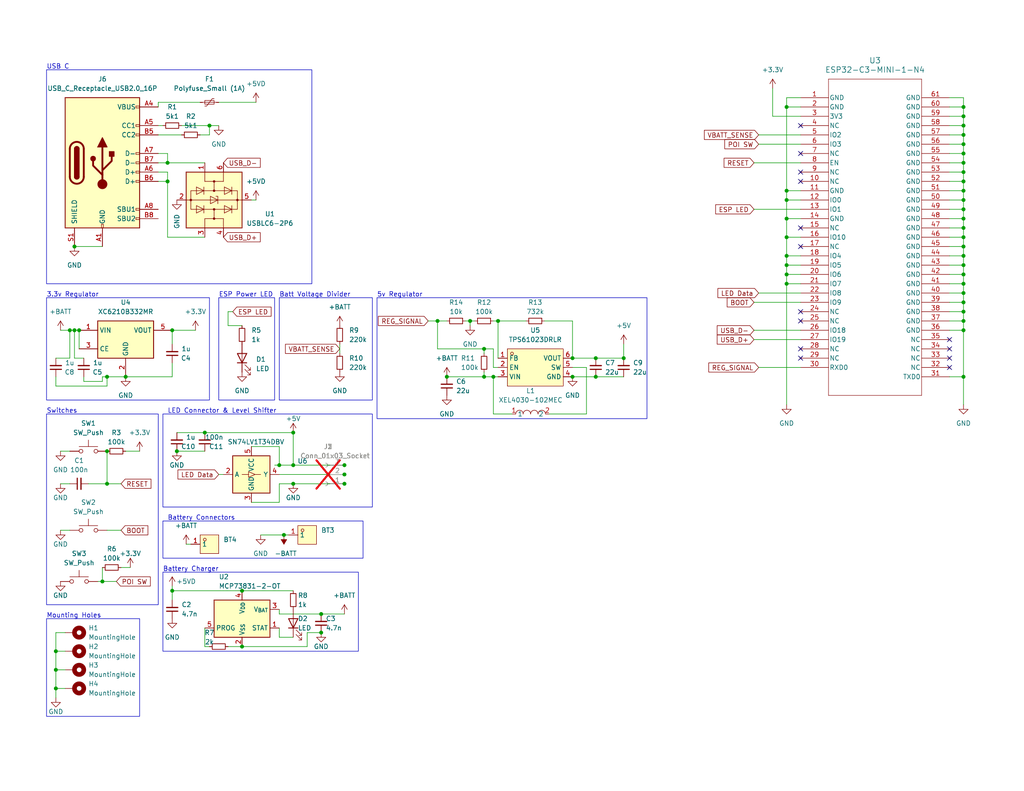
<source format=kicad_sch>
(kicad_sch (version 20230121) (generator eeschema)
  (paper "USLetter")
  (title_block (title "Open Pixel Poi") (company "NuRxG Industries"))
  (lib_symbols
    (symbol "2024-07-29_21-44-56:ESP32-C3-MINI-1-N4" (pin_names (offset 0.254))
      (property "Reference" "U" (at 20.32 10.16 0))
      (property "Value" "ESP32-C3-MINI-1-N4" (at 20.32 7.62 0))
      (symbol "ESP32-C3-MINI-1-N4_0_1"
        (pin power_out line (at 0 0 0) (length 7.62) (name "GND") (number "1"))
        (pin no_connect line (at 0 -22.86 0) (length 7.62) (name "NC") (number "10"))
        (pin power_out line (at 0 -25.4 0) (length 7.62) (name "GND") (number "11"))
        (pin bidirectional line (at 0 -27.94 0) (length 7.62) (name "IO0") (number "12"))
        (pin bidirectional line (at 0 -30.48 0) (length 7.62) (name "IO1") (number "13"))
        (pin power_out line (at 0 -33.02 0) (length 7.62) (name "GND") (number "14"))
        (pin no_connect line (at 0 -35.56 0) (length 7.62) (name "NC") (number "15"))
        (pin bidirectional line (at 0 -38.1 0) (length 7.62) (name "IO10") (number "16"))
        (pin no_connect line (at 0 -40.64 0) (length 7.62) (name "NC") (number "17"))
        (pin bidirectional line (at 0 -43.18 0) (length 7.62) (name "IO4") (number "18"))
        (pin bidirectional line (at 0 -45.72 0) (length 7.62) (name "IO5") (number "19"))
        (pin power_out line (at 0 -2.54 0) (length 7.62) (name "GND") (number "2"))
        (pin bidirectional line (at 0 -48.26 0) (length 7.62) (name "IO6") (number "20"))
        (pin bidirectional line (at 0 -50.8 0) (length 7.62) (name "IO7") (number "21"))
        (pin bidirectional line (at 0 -53.34 0) (length 7.62) (name "IO8") (number "22"))
        (pin bidirectional line (at 0 -55.88 0) (length 7.62) (name "IO9") (number "23"))
        (pin no_connect line (at 0 -58.42 0) (length 7.62) (name "NC") (number "24"))
        (pin no_connect line (at 0 -60.96 0) (length 7.62) (name "NC") (number "25"))
        (pin bidirectional line (at 0 -63.5 0) (length 7.62) (name "IO18") (number "26"))
        (pin bidirectional line (at 0 -66.04 0) (length 7.62) (name "IO19") (number "27"))
        (pin no_connect line (at 0 -68.58 0) (length 7.62) (name "NC") (number "28"))
        (pin no_connect line (at 0 -71.12 0) (length 7.62) (name "NC") (number "29"))
        (pin power_in line (at 0 -5.08 0) (length 7.62) (name "3V3") (number "3"))
        (pin bidirectional line (at 0 -73.66 0) (length 7.62) (name "RXD0") (number "30"))
        (pin bidirectional line (at 40.64 -76.2 180) (length 7.62) (name "TXD0") (number "31"))
        (pin no_connect line (at 40.64 -73.66 180) (length 7.62) (name "NC") (number "32"))
        (pin no_connect line (at 40.64 -71.12 180) (length 7.62) (name "NC") (number "33"))
        (pin no_connect line (at 40.64 -68.58 180) (length 7.62) (name "NC") (number "34"))
        (pin no_connect line (at 40.64 -66.04 180) (length 7.62) (name "NC") (number "35"))
        (pin power_out line (at 40.64 -63.5 180) (length 7.62) (name "GND") (number "36"))
        (pin power_out line (at 40.64 -60.96 180) (length 7.62) (name "GND") (number "37"))
        (pin power_out line (at 40.64 -58.42 180) (length 7.62) (name "GND") (number "38"))
        (pin power_out line (at 40.64 -55.88 180) (length 7.62) (name "GND") (number "39"))
        (pin no_connect line (at 0 -7.62 0) (length 7.62) (name "NC") (number "4"))
        (pin power_out line (at 40.64 -53.34 180) (length 7.62) (name "GND") (number "40"))
        (pin power_out line (at 40.64 -50.8 180) (length 7.62) (name "GND") (number "41"))
        (pin power_out line (at 40.64 -48.26 180) (length 7.62) (name "GND") (number "42"))
        (pin power_out line (at 40.64 -45.72 180) (length 7.62) (name "GND") (number "43"))
        (pin power_out line (at 40.64 -43.18 180) (length 7.62) (name "GND") (number "44"))
        (pin power_out line (at 40.64 -40.64 180) (length 7.62) (name "GND") (number "45"))
        (pin power_out line (at 40.64 -38.1 180) (length 7.62) (name "GND") (number "46"))
        (pin power_out line (at 40.64 -35.56 180) (length 7.62) (name "GND") (number "47"))
        (pin power_out line (at 40.64 -33.02 180) (length 7.62) (name "GND") (number "48"))
        (pin power_out line (at 40.64 -30.48 180) (length 7.62) (name "GND") (number "49"))
        (pin bidirectional line (at 0 -10.16 0) (length 7.62) (name "IO2") (number "5"))
        (pin power_out line (at 40.64 -27.94 180) (length 7.62) (name "GND") (number "50"))
        (pin power_out line (at 40.64 -25.4 180) (length 7.62) (name "GND") (number "51"))
        (pin power_out line (at 40.64 -22.86 180) (length 7.62) (name "GND") (number "52"))
        (pin power_out line (at 40.64 -20.32 180) (length 7.62) (name "GND") (number "53"))
        (pin power_out line (at 40.64 -17.78 180) (length 7.62) (name "GND") (number "54"))
        (pin power_out line (at 40.64 -15.24 180) (length 7.62) (name "GND") (number "55"))
        (pin power_out line (at 40.64 -12.7 180) (length 7.62) (name "GND") (number "56"))
        (pin power_out line (at 40.64 -10.16 180) (length 7.62) (name "GND") (number "57"))
        (pin power_out line (at 40.64 -7.62 180) (length 7.62) (name "GND") (number "58"))
        (pin power_out line (at 40.64 -5.08 180) (length 7.62) (name "GND") (number "59"))
        (pin bidirectional line (at 0 -12.7 0) (length 7.62) (name "IO3") (number "6"))
        (pin power_out line (at 40.64 -2.54 180) (length 7.62) (name "GND") (number "60"))
        (pin power_out line (at 40.64 0 180) (length 7.62) (name "GND") (number "61"))
        (pin no_connect line (at 0 -15.24 0) (length 7.62) (name "NC") (number "7"))
        (pin input line (at 0 -17.78 0) (length 7.62) (name "EN") (number "8"))
        (pin no_connect line (at 0 -20.32 0) (length 7.62) (name "NC") (number "9"))
      )
    )
    (symbol "Battery_Management:MCP73831-2-OT"
      (property "Reference" "U" (at -7.62 6.35 0))
      (property "Value" "MCP73831-2-OT" (at 1.27 6.35 0))
      (symbol "MCP73831-2-OT_1_1"
        (pin tri_state line (at 10.16 -2.54 180) (length 2.54) (name "STAT") (number "1"))
        (pin power_in line (at 0 -7.62 90) (length 2.54) (name "V_{SS}") (number "2"))
        (pin power_out line (at 10.16 2.54 180) (length 2.54) (name "V_{BAT}") (number "3"))
        (pin power_in line (at 0 7.62 270) (length 2.54) (name "V_{DD}") (number "4"))
        (pin input line (at -10.16 -2.54 0) (length 2.54) (name "PROG") (number "5"))
      )
    )
    (symbol "Connector:Conn_01x03_Socket" (pin_names (offset 1.016) hide)
      (property "Reference" "J" (at 0 5.08 0))
      (property "Value" "Conn_01x03_Socket" (at 0 -5.08 0))
      (symbol "Conn_01x03_Socket_1_1"
        (pin passive line (at -5.08 2.54 0) (length 3.81) (name "Pin_1") (number "1"))
        (pin passive line (at -5.08 0 0) (length 3.81) (name "Pin_2") (number "2"))
        (pin passive line (at -5.08 -2.54 0) (length 3.81) (name "Pin_3") (number "3"))
      )
    )
    (symbol "Connector:USB_C_Receptacle_USB2.0_16P" (pin_names (offset 1.016))
      (property "Reference" "J" (at 0 22.225 0))
      (property "Value" "USB_C_Receptacle_USB2.0_16P" (at 0 19.685 0))
      (symbol "USB_C_Receptacle_USB2.0_16P_1_1"
        (pin passive line (at 0 -22.86 90) (length 5.08) (name "GND") (number "A1"))
        (pin passive line (at 0 -22.86 90) (length 5.08) hide (name "GND") (number "A12"))
        (pin passive line (at 15.24 15.24 180) (length 5.08) (name "VBUS") (number "A4"))
        (pin bidirectional line (at 15.24 10.16 180) (length 5.08) (name "CC1") (number "A5"))
        (pin bidirectional line (at 15.24 -2.54 180) (length 5.08) (name "D+") (number "A6"))
        (pin bidirectional line (at 15.24 2.54 180) (length 5.08) (name "D-") (number "A7"))
        (pin bidirectional line (at 15.24 -12.7 180) (length 5.08) (name "SBU1") (number "A8"))
        (pin passive line (at 15.24 15.24 180) (length 5.08) hide (name "VBUS") (number "A9"))
        (pin passive line (at 0 -22.86 90) (length 5.08) hide (name "GND") (number "B1"))
        (pin passive line (at 0 -22.86 90) (length 5.08) hide (name "GND") (number "B12"))
        (pin passive line (at 15.24 15.24 180) (length 5.08) hide (name "VBUS") (number "B4"))
        (pin bidirectional line (at 15.24 7.62 180) (length 5.08) (name "CC2") (number "B5"))
        (pin bidirectional line (at 15.24 -5.08 180) (length 5.08) (name "D+") (number "B6"))
        (pin bidirectional line (at 15.24 0 180) (length 5.08) (name "D-") (number "B7"))
        (pin bidirectional line (at 15.24 -15.24 180) (length 5.08) (name "SBU2") (number "B8"))
        (pin passive line (at 15.24 15.24 180) (length 5.08) hide (name "VBUS") (number "B9"))
        (pin passive line (at -7.62 -22.86 90) (length 5.08) (name "SHIELD") (number "S1"))
      )
    )
    (symbol "Device:C_Small" (pin_numbers hide) (pin_names (offset 0.254) hide)
      (property "Reference" "C" (at 0.254 1.778 0))
      (property "Value" "C_Small" (at 0.254 -2.032 0))
      (symbol "C_Small_1_1"
        (pin passive line (at 0 2.54 270) (length 2.032) (name "~") (number "1"))
        (pin passive line (at 0 -2.54 90) (length 2.032) (name "~") (number "2"))
      )
    )
    (symbol "Device:LED" (pin_numbers hide) (pin_names (offset 1.016) hide)
      (property "Reference" "D" (at 0 2.54 0))
      (property "Value" "LED" (at 0 -2.54 0))
      (symbol "LED_1_1"
        (pin passive line (at -3.81 0 0) (length 2.54) (name "K") (number "1"))
        (pin passive line (at 3.81 0 180) (length 2.54) (name "A") (number "2"))
      )
    )
    (symbol "Device:Polyfuse_Small" (pin_numbers hide) (pin_names (offset 0))
      (property "Reference" "F" (at -1.905 0 90))
      (property "Value" "Polyfuse_Small" (at 1.905 0 90))
      (symbol "Polyfuse_Small_1_1"
        (pin passive line (at 0 2.54 270) (length 0.635) (name "~") (number "1"))
        (pin passive line (at 0 -2.54 90) (length 0.635) (name "~") (number "2"))
      )
    )
    (symbol "Device:R_Small" (pin_numbers hide) (pin_names (offset 0.254) hide)
      (property "Reference" "R" (at 0.762 0.508 0))
      (property "Value" "R_Small" (at 0.762 -1.016 0))
      (symbol "R_Small_1_1"
        (pin passive line (at 0 2.54 270) (length 0.762) (name "~") (number "1"))
        (pin passive line (at 0 -2.54 90) (length 0.762) (name "~") (number "2"))
      )
    )
    (symbol "Logic_LevelTranslator:SN74LV1T34DBV"
      (property "Reference" "U" (at 5.08 6.35 0))
      (property "Value" "SN74LV1T34DBV" (at 5.08 3.81 0))
      (symbol "SN74LV1T34DBV_1_1"
        (pin no_connect line (at -5.08 2.54 0) (length 2.54) hide (name "NC") (number "1"))
        (pin input line (at -7.62 0 0) (length 2.54) (name "A") (number "2"))
        (pin power_in line (at 0 -7.62 90) (length 2.54) (name "GND") (number "3"))
        (pin output line (at 7.62 0 180) (length 2.54) (name "Y") (number "4"))
        (pin power_in line (at 0 7.62 270) (length 2.54) (name "VCC") (number "5"))
      )
    )
    (symbol "Mechanical:MountingHole_Pad" (pin_numbers hide) (pin_names (offset 1.016) hide)
      (property "Reference" "H" (at 0 6.35 0))
      (property "Value" "MountingHole_Pad" (at 0 4.445 0))
      (symbol "MountingHole_Pad_1_1"
        (pin input line (at 0 -2.54 90) (length 2.54) (name "1") (number "1"))
      )
    )
    (symbol "Power_Protection:USBLC6-2P6" (pin_names hide)
      (property "Reference" "U" (at 2.54 8.89 0))
      (property "Value" "USBLC6-2P6" (at 2.54 -8.89 0))
      (symbol "USBLC6-2P6_1_1"
        (pin passive line (at -10.16 -2.54 0) (length 2.54) (name "I/O1") (number "1"))
        (pin passive line (at 0 -10.16 90) (length 2.54) (name "GND") (number "2"))
        (pin passive line (at 10.16 -2.54 180) (length 2.54) (name "I/O2") (number "3"))
        (pin passive line (at 10.16 2.54 180) (length 2.54) (name "I/O2") (number "4"))
        (pin passive line (at 0 10.16 270) (length 2.54) (name "VBUS") (number "5"))
        (pin passive line (at -10.16 2.54 0) (length 2.54) (name "I/O1") (number "6"))
      )
    )
    (symbol "Regulator_Linear:XC6210B332MR"
      (property "Reference" "U" (at 0 8.89 0))
      (property "Value" "XC6210B332MR" (at 0 6.35 0))
      (symbol "XC6210B332MR_1_1"
        (pin power_in line (at -12.7 2.54 0) (length 5.08) (name "VIN") (number "1"))
        (pin power_in line (at 0 -10.16 90) (length 5.08) (name "GND") (number "2"))
        (pin input line (at -12.7 -2.54 0) (length 5.08) (name "CE") (number "3"))
        (pin no_connect line (at 7.62 -2.54 180) (length 5.08) hide (name "NC") (number "4"))
        (pin power_out line (at 12.7 2.54 180) (length 5.08) (name "VOUT") (number "5"))
      )
    )
    (symbol "Switch:SW_Push" (pin_numbers hide) (pin_names (offset 1.016) hide)
      (property "Reference" "SW" (at 1.27 2.54 0))
      (property "Value" "SW_Push" (at 0 -1.524 0))
      (symbol "SW_Push_0_1"
        (pin passive line (at -5.08 0 0) (length 2.54) (name "1") (number "1"))
        (pin passive line (at 5.08 0 180) (length 2.54) (name "2") (number "2"))
      )
    )
    (symbol "easyeda2kicad:MY-ZJ-110"
      (property "Reference" "BT" (at 0 5.08 0))
      (property "Value" "MY-ZJ-110" (at 0 -5.08 0))
      (symbol "MY-ZJ-110_0_1"
        (pin unspecified line (at -3.81 0 0) (length 2.54) (name "1") (number "1"))
      )
    )
    (symbol "easyeda2kicad:TPS61023DRLR"
      (property "Reference" "U" (at 0 7.62 0))
      (property "Value" "TPS61023DRLR" (at 0 -7.62 0))
      (symbol "TPS61023DRLR_0_1"
        (pin unspecified line (at -10.16 2.54 0) (length 2.54) (name "FB") (number "1"))
        (pin unspecified line (at -10.16 0 0) (length 2.54) (name "EN") (number "2"))
        (pin unspecified line (at -10.16 -2.54 0) (length 2.54) (name "VIN") (number "3"))
        (pin unspecified line (at 10.16 -2.54 180) (length 2.54) (name "GND") (number "4"))
        (pin unspecified line (at 10.16 0 180) (length 2.54) (name "SW") (number "5"))
        (pin unspecified line (at 10.16 2.54 180) (length 2.54) (name "VOUT") (number "6"))
      )
    )
    (symbol "easyeda2kicad:XEL4030-102MEC"
      (property "Reference" "L" (at 0 5.08 0))
      (property "Value" "XEL4030-102MEC" (at 0 -5.08 0))
      (symbol "XEL4030-102MEC_0_1"
        (pin unspecified line (at -5.08 0 0) (length 1.016) (name "1") (number "1"))
        (pin unspecified line (at 5.08 0 180) (length 1.016) (name "2") (number "2"))
      )
    )
    (symbol "power:+3.3V" (power) (pin_names (offset 0))
      (property "Value" "+3.3V" (at 0 3.556 0))
      (symbol "+3.3V_1_1"
        (pin power_in line (at 0 0 90) (length 0) hide (name "+3.3V") (number "1"))
      )
    )
    (symbol "power:+5V" (power) (pin_names (offset 0))
      (property "Value" "+5V" (at 0 3.556 0))
      (symbol "+5V_1_1"
        (pin power_in line (at 0 0 90) (length 0) hide (name "+5V") (number "1"))
      )
    )
    (symbol "power:+5VD" (power) (pin_names (offset 0))
      (property "Value" "+5VD" (at 0 3.556 0))
      (symbol "+5VD_1_1"
        (pin power_in line (at 0 0 90) (length 0) hide (name "+5VD") (number "1"))
      )
    )
    (symbol "power:+BATT" (power) (pin_names (offset 0))
      (property "Value" "+BATT" (at 0 3.556 0))
      (symbol "+BATT_1_1"
        (pin power_in line (at 0 0 90) (length 0) hide (name "+BATT") (number "1"))
      )
    )
    (symbol "power:-BATT" (power) (pin_names (offset 0))
      (property "Value" "-BATT" (at 0 3.556 0))
      (symbol "-BATT_1_1"
        (pin power_in line (at 0 0 90) (length 0) hide (name "-BATT") (number "1"))
      )
    )
    (symbol "power:GND" (power) (pin_names (offset 0))
      (property "Value" "GND" (at 0 -3.81 0))
      (symbol "GND_1_1"
        (pin power_in line (at 0 0 270) (length 0) hide (name "GND") (number "1"))
      )
    )
  )
  (junction (at 262.89 49.53))
  (junction (at 214.63 29.21))
  (junction (at 262.89 67.31))
  (junction (at 262.89 72.39))
  (junction (at 262.89 36.83))
  (junction (at 170.18 97.79))
  (junction (at 21.59 90.17))
  (junction (at 214.63 59.69))
  (junction (at 262.89 34.29))
  (junction (at 156.21 97.79))
  (junction (at 262.89 102.87))
  (junction (at 262.89 64.77))
  (junction (at 132.08 95.25))
  (junction (at 45.72 49.53))
  (junction (at 29.21 132.08))
  (junction (at 80.01 118.11))
  (junction (at 46.99 90.17))
  (junction (at 214.63 52.07))
  (junction (at 262.89 62.23))
  (junction (at 262.89 80.01))
  (junction (at 27.94 158.75))
  (junction (at 48.26 123.19))
  (junction (at 156.21 102.87))
  (junction (at 57.15 34.29))
  (junction (at 77.47 146.05))
  (junction (at 20.32 67.31))
  (junction (at 19.05 90.17))
  (junction (at 134.62 102.87))
  (junction (at 262.89 46.99))
  (junction (at 29.21 123.19))
  (junction (at 132.08 102.87))
  (junction (at 80.01 127))
  (junction (at 262.89 74.93))
  (junction (at 262.89 44.45))
  (junction (at 262.89 87.63))
  (junction (at 262.89 77.47))
  (junction (at 119.38 87.63))
  (junction (at 128.27 87.63))
  (junction (at 66.04 176.53))
  (junction (at 20.32 90.17))
  (junction (at 214.63 72.39))
  (junction (at 55.88 118.11))
  (junction (at 262.89 41.91))
  (junction (at 214.63 69.85))
  (junction (at 66.04 161.29))
  (junction (at 262.89 39.37))
  (junction (at 262.89 57.15))
  (junction (at 121.92 102.87))
  (junction (at 76.2 127))
  (junction (at 93.98 129.54))
  (junction (at 29.21 102.87))
  (junction (at 46.99 161.29))
  (junction (at 262.89 52.07))
  (junction (at 214.63 77.47))
  (junction (at 262.89 29.21))
  (junction (at 262.89 54.61))
  (junction (at 93.98 127))
  (junction (at 93.98 132.08))
  (junction (at 162.56 97.79))
  (junction (at 15.24 187.96))
  (junction (at 214.63 64.77))
  (junction (at 15.24 177.8))
  (junction (at 45.72 44.45))
  (junction (at 262.89 82.55))
  (junction (at 135.89 87.63))
  (junction (at 80.01 132.08))
  (junction (at 162.56 102.87))
  (junction (at 87.63 172.72))
  (junction (at 87.63 167.64))
  (junction (at 214.63 74.93))
  (junction (at 262.89 90.17))
  (junction (at 34.29 102.87))
  (junction (at 262.89 31.75))
  (junction (at 262.89 85.09))
  (junction (at 262.89 69.85))
  (junction (at 214.63 54.61))
  (junction (at 15.24 182.88))
  (junction (at 262.89 59.69))
  (no_connect (at 259.08 97.79))
  (no_connect (at 218.44 87.63))
  (no_connect (at 218.44 67.31))
  (no_connect (at 218.44 95.25))
  (no_connect (at 218.44 62.23))
  (no_connect (at 218.44 34.29))
  (no_connect (at 218.44 85.09))
  (no_connect (at 218.44 41.91))
  (no_connect (at 259.08 95.25))
  (no_connect (at 259.08 92.71))
  (no_connect (at 259.08 100.33))
  (no_connect (at 218.44 49.53))
  (no_connect (at 218.44 46.99))
  (no_connect (at 218.44 97.79))
  (wire (pts (xy 262.89 34.29) (xy 262.89 31.75)))
  (wire (pts (xy 68.58 137.16) (xy 76.2 137.16)))
  (wire (pts (xy 17.78 182.88) (xy 15.24 182.88)))
  (wire (pts (xy 15.24 187.96) (xy 17.78 187.96)))
  (wire (pts (xy 57.15 176.53) (xy 55.88 176.53)))
  (wire (pts (xy 15.24 177.8) (xy 15.24 182.88)))
  (wire (pts (xy 132.08 102.87) (xy 134.62 102.87)))
  (wire (pts (xy 16.51 123.19) (xy 19.05 123.19)))
  (wire (pts (xy 259.08 82.55) (xy 262.89 82.55)))
  (wire (pts (xy 76.2 129.54) (xy 93.98 129.54)))
  (wire (pts (xy 259.08 62.23) (xy 262.89 62.23)))
  (wire (pts (xy 262.89 29.21) (xy 262.89 26.67)))
  (wire (pts (xy 205.74 44.45) (xy 218.44 44.45)))
  (wire (pts (xy 162.56 102.87) (xy 170.18 102.87)))
  (wire (pts (xy 27.94 67.31) (xy 20.32 67.31)))
  (wire (pts (xy 134.62 87.63) (xy 135.89 87.63)))
  (wire (pts (xy 259.08 57.15) (xy 262.89 57.15)))
  (wire (pts (xy 259.08 87.63) (xy 262.89 87.63)))
  (wire (pts (xy 218.44 52.07) (xy 214.63 52.07)))
  (wire (pts (xy 259.08 46.99) (xy 262.89 46.99)))
  (wire (pts (xy 262.89 54.61) (xy 262.89 52.07)))
  (wire (pts (xy 134.62 102.87) (xy 134.62 113.03)))
  (wire (pts (xy 43.18 41.91) (xy 45.72 41.91)))
  (wire (pts (xy 262.89 44.45) (xy 262.89 41.91)))
  (wire (pts (xy 259.08 72.39) (xy 262.89 72.39)))
  (wire (pts (xy 59.69 34.29) (xy 57.15 34.29)))
  (wire (pts (xy 121.92 102.87) (xy 132.08 102.87)))
  (wire (pts (xy 93.98 132.08) (xy 80.01 132.08)))
  (wire (pts (xy 128.27 87.63) (xy 128.27 88.9)))
  (wire (pts (xy 259.08 41.91) (xy 262.89 41.91)))
  (wire (pts (xy 259.08 52.07) (xy 262.89 52.07)))
  (wire (pts (xy 214.63 29.21) (xy 218.44 29.21)))
  (wire (pts (xy 45.72 44.45) (xy 45.72 41.91)))
  (wire (pts (xy 119.38 87.63) (xy 119.38 95.25)))
  (wire (pts (xy 87.63 167.64) (xy 93.98 167.64)))
  (wire (pts (xy 207.01 100.33) (xy 218.44 100.33)))
  (wire (pts (xy 262.89 62.23) (xy 262.89 59.69)))
  (wire (pts (xy 16.51 90.17) (xy 19.05 90.17)))
  (wire (pts (xy 71.12 146.05) (xy 77.47 146.05)))
  (wire (pts (xy 259.08 49.53) (xy 262.89 49.53)))
  (wire (pts (xy 148.59 87.63) (xy 156.21 87.63)))
  (wire (pts (xy 46.99 163.83) (xy 46.99 161.29)))
  (wire (pts (xy 214.63 69.85) (xy 214.63 64.77)))
  (wire (pts (xy 69.85 27.94) (xy 59.69 27.94)))
  (wire (pts (xy 132.08 102.87) (xy 132.08 101.6)))
  (wire (pts (xy 259.08 77.47) (xy 262.89 77.47)))
  (wire (pts (xy 262.89 74.93) (xy 262.89 72.39)))
  (wire (pts (xy 259.08 59.69) (xy 262.89 59.69)))
  (wire (pts (xy 214.63 54.61) (xy 214.63 52.07)))
  (wire (pts (xy 16.51 144.78) (xy 19.05 144.78)))
  (wire (pts (xy 76.2 167.64) (xy 87.63 167.64)))
  (wire (pts (xy 76.2 137.16) (xy 76.2 132.08)))
  (wire (pts (xy 15.24 172.72) (xy 15.24 177.8)))
  (wire (pts (xy 205.74 57.15) (xy 218.44 57.15)))
  (wire (pts (xy 214.63 77.47) (xy 218.44 77.47)))
  (wire (pts (xy 46.99 93.98) (xy 46.99 90.17)))
  (wire (pts (xy 76.2 167.64) (xy 76.2 166.37)))
  (wire (pts (xy 149.86 113.03) (xy 160.02 113.03)))
  (wire (pts (xy 132.08 95.25) (xy 132.08 96.52)))
  (wire (pts (xy 57.15 36.83) (xy 54.61 36.83)))
  (wire (pts (xy 48.26 123.19) (xy 55.88 123.19)))
  (wire (pts (xy 259.08 90.17) (xy 262.89 90.17)))
  (wire (pts (xy 15.24 105.41) (xy 29.21 105.41)))
  (wire (pts (xy 259.08 31.75) (xy 262.89 31.75)))
  (wire (pts (xy 262.89 52.07) (xy 262.89 49.53)))
  (wire (pts (xy 24.13 132.08) (xy 29.21 132.08)))
  (wire (pts (xy 29.21 132.08) (xy 33.02 132.08)))
  (wire (pts (xy 262.89 80.01) (xy 262.89 77.47)))
  (wire (pts (xy 43.18 29.21) (xy 43.18 27.94)))
  (wire (pts (xy 214.63 54.61) (xy 218.44 54.61)))
  (wire (pts (xy 262.89 77.47) (xy 262.89 74.93)))
  (wire (pts (xy 262.89 39.37) (xy 262.89 36.83)))
  (wire (pts (xy 76.2 132.08) (xy 80.01 132.08)))
  (wire (pts (xy 17.78 177.8) (xy 15.24 177.8)))
  (wire (pts (xy 259.08 67.31) (xy 262.89 67.31)))
  (wire (pts (xy 259.08 102.87) (xy 262.89 102.87)))
  (wire (pts (xy 207.01 36.83) (xy 218.44 36.83)))
  (wire (pts (xy 262.89 26.67) (xy 259.08 26.67)))
  (wire (pts (xy 262.89 90.17) (xy 262.89 102.87)))
  (wire (pts (xy 160.02 113.03) (xy 160.02 100.33)))
  (wire (pts (xy 259.08 85.09) (xy 262.89 85.09)))
  (wire (pts (xy 262.89 87.63) (xy 262.89 85.09)))
  (wire (pts (xy 53.34 90.17) (xy 46.99 90.17)))
  (wire (pts (xy 50.8 148.59) (xy 52.07 148.59)))
  (wire (pts (xy 262.89 85.09) (xy 262.89 82.55)))
  (wire (pts (xy 259.08 69.85) (xy 262.89 69.85)))
  (wire (pts (xy 57.15 34.29) (xy 57.15 36.83)))
  (wire (pts (xy 80.01 173.99) (xy 76.2 173.99)))
  (wire (pts (xy 43.18 27.94) (xy 54.61 27.94)))
  (wire (pts (xy 128.27 87.63) (xy 129.54 87.63)))
  (wire (pts (xy 134.62 95.25) (xy 134.62 100.33)))
  (wire (pts (xy 162.56 97.79) (xy 170.18 97.79)))
  (wire (pts (xy 207.01 80.01) (xy 218.44 80.01)))
  (wire (pts (xy 262.89 41.91) (xy 262.89 39.37)))
  (wire (pts (xy 262.89 46.99) (xy 262.89 44.45)))
  (wire (pts (xy 19.05 90.17) (xy 19.05 97.79)))
  (wire (pts (xy 74.93 127) (xy 76.2 127)))
  (wire (pts (xy 21.59 90.17) (xy 21.59 95.25)))
  (wire (pts (xy 156.21 87.63) (xy 156.21 97.79)))
  (wire (pts (xy 55.88 171.45) (xy 55.88 176.53)))
  (wire (pts (xy 262.89 64.77) (xy 262.89 62.23)))
  (wire (pts (xy 27.94 154.94) (xy 27.94 158.75)))
  (wire (pts (xy 27.94 158.75) (xy 31.75 158.75)))
  (wire (pts (xy 46.99 160.02) (xy 46.99 161.29)))
  (wire (pts (xy 17.78 172.72) (xy 15.24 172.72)))
  (wire (pts (xy 259.08 44.45) (xy 262.89 44.45)))
  (wire (pts (xy 62.23 85.09) (xy 63.5 85.09)))
  (wire (pts (xy 22.86 104.14) (xy 27.94 104.14)))
  (wire (pts (xy 92.71 93.98) (xy 92.71 96.52)))
  (wire (pts (xy 214.63 72.39) (xy 214.63 69.85)))
  (wire (pts (xy 15.24 182.88) (xy 15.24 187.96)))
  (wire (pts (xy 66.04 88.9) (xy 62.23 88.9)))
  (wire (pts (xy 214.63 69.85) (xy 218.44 69.85)))
  (wire (pts (xy 214.63 110.49) (xy 214.63 77.47)))
  (wire (pts (xy 59.69 129.54) (xy 60.96 129.54)))
  (wire (pts (xy 43.18 46.99) (xy 45.72 46.99)))
  (wire (pts (xy 43.18 44.45) (xy 45.72 44.45)))
  (wire (pts (xy 205.74 90.17) (xy 218.44 90.17)))
  (wire (pts (xy 214.63 64.77) (xy 214.63 59.69)))
  (wire (pts (xy 259.08 54.61) (xy 262.89 54.61)))
  (wire (pts (xy 62.23 176.53) (xy 66.04 176.53)))
  (wire (pts (xy 33.02 144.78) (xy 29.21 144.78)))
  (wire (pts (xy 134.62 100.33) (xy 135.89 100.33)))
  (wire (pts (xy 135.89 87.63) (xy 143.51 87.63)))
  (wire (pts (xy 262.89 31.75) (xy 262.89 29.21)))
  (wire (pts (xy 43.18 34.29) (xy 44.45 34.29)))
  (wire (pts (xy 16.51 132.08) (xy 19.05 132.08)))
  (wire (pts (xy 214.63 74.93) (xy 218.44 74.93)))
  (wire (pts (xy 156.21 97.79) (xy 162.56 97.79)))
  (wire (pts (xy 259.08 64.77) (xy 262.89 64.77)))
  (wire (pts (xy 214.63 52.07) (xy 214.63 29.21)))
  (wire (pts (xy 262.89 67.31) (xy 262.89 64.77)))
  (wire (pts (xy 134.62 102.87) (xy 135.89 102.87)))
  (wire (pts (xy 214.63 74.93) (xy 214.63 72.39)))
  (wire (pts (xy 76.2 127) (xy 80.01 127)))
  (wire (pts (xy 119.38 95.25) (xy 132.08 95.25)))
  (wire (pts (xy 76.2 121.92) (xy 76.2 127)))
  (wire (pts (xy 214.63 26.67) (xy 214.63 29.21)))
  (wire (pts (xy 69.85 54.61) (xy 68.58 54.61)))
  (wire (pts (xy 83.82 172.72) (xy 87.63 172.72)))
  (wire (pts (xy 262.89 57.15) (xy 262.89 54.61)))
  (wire (pts (xy 93.98 127) (xy 80.01 127)))
  (wire (pts (xy 77.47 146.05) (xy 78.74 146.05)))
  (wire (pts (xy 259.08 39.37) (xy 262.89 39.37)))
  (wire (pts (xy 15.24 102.87) (xy 15.24 105.41)))
  (wire (pts (xy 262.89 82.55) (xy 262.89 80.01)))
  (wire (pts (xy 33.02 154.94) (xy 35.56 154.94)))
  (wire (pts (xy 214.63 72.39) (xy 218.44 72.39)))
  (wire (pts (xy 62.23 88.9) (xy 62.23 85.09)))
  (wire (pts (xy 29.21 123.19) (xy 29.21 132.08)))
  (wire (pts (xy 162.56 102.87) (xy 156.21 102.87)))
  (wire (pts (xy 66.04 161.29) (xy 80.01 161.29)))
  (wire (pts (xy 259.08 80.01) (xy 262.89 80.01)))
  (wire (pts (xy 80.01 118.11) (xy 80.01 127)))
  (wire (pts (xy 19.05 90.17) (xy 20.32 90.17)))
  (wire (pts (xy 262.89 36.83) (xy 262.89 34.29)))
  (wire (pts (xy 48.26 118.11) (xy 55.88 118.11)))
  (wire (pts (xy 43.18 36.83) (xy 49.53 36.83)))
  (wire (pts (xy 259.08 29.21) (xy 262.89 29.21)))
  (wire (pts (xy 26.67 158.75) (xy 27.94 158.75)))
  (wire (pts (xy 29.21 105.41) (xy 29.21 102.87)))
  (wire (pts (xy 20.32 90.17) (xy 21.59 90.17)))
  (wire (pts (xy 210.82 24.13) (xy 210.82 31.75)))
  (wire (pts (xy 83.82 176.53) (xy 83.82 172.72)))
  (wire (pts (xy 207.01 39.37) (xy 218.44 39.37)))
  (wire (pts (xy 45.72 49.53) (xy 45.72 64.77)))
  (wire (pts (xy 214.63 64.77) (xy 218.44 64.77)))
  (wire (pts (xy 119.38 87.63) (xy 121.92 87.63)))
  (wire (pts (xy 46.99 102.87) (xy 34.29 102.87)))
  (wire (pts (xy 262.89 72.39) (xy 262.89 69.85)))
  (wire (pts (xy 68.58 121.92) (xy 76.2 121.92)))
  (wire (pts (xy 66.04 176.53) (xy 83.82 176.53)))
  (wire (pts (xy 15.24 190.5) (xy 15.24 187.96)))
  (wire (pts (xy 49.53 34.29) (xy 57.15 34.29)))
  (wire (pts (xy 218.44 26.67) (xy 214.63 26.67)))
  (wire (pts (xy 27.94 104.14) (xy 27.94 102.87)))
  (wire (pts (xy 45.72 49.53) (xy 45.72 46.99)))
  (wire (pts (xy 46.99 99.06) (xy 46.99 102.87)))
  (wire (pts (xy 214.63 54.61) (xy 214.63 59.69)))
  (wire (pts (xy 170.18 93.98) (xy 170.18 97.79)))
  (wire (pts (xy 160.02 100.33) (xy 156.21 100.33)))
  (wire (pts (xy 43.18 49.53) (xy 45.72 49.53)))
  (wire (pts (xy 45.72 64.77) (xy 55.88 64.77)))
  (wire (pts (xy 116.84 87.63) (xy 119.38 87.63)))
  (wire (pts (xy 214.63 77.47) (xy 214.63 74.93)))
  (wire (pts (xy 262.89 69.85) (xy 262.89 67.31)))
  (wire (pts (xy 259.08 36.83) (xy 262.89 36.83)))
  (wire (pts (xy 205.74 92.71) (xy 218.44 92.71)))
  (wire (pts (xy 210.82 31.75) (xy 218.44 31.75)))
  (wire (pts (xy 55.88 118.11) (xy 80.01 118.11)))
  (wire (pts (xy 127 87.63) (xy 128.27 87.63)))
  (wire (pts (xy 46.99 161.29) (xy 66.04 161.29)))
  (wire (pts (xy 262.89 49.53) (xy 262.89 46.99)))
  (wire (pts (xy 22.86 97.79) (xy 20.32 97.79)))
  (wire (pts (xy 76.2 171.45) (xy 76.2 173.99)))
  (wire (pts (xy 218.44 59.69) (xy 214.63 59.69)))
  (wire (pts (xy 205.74 82.55) (xy 218.44 82.55)))
  (wire (pts (xy 27.94 102.87) (xy 29.21 102.87)))
  (wire (pts (xy 259.08 34.29) (xy 262.89 34.29)))
  (wire (pts (xy 135.89 87.63) (xy 135.89 97.79)))
  (wire (pts (xy 262.89 59.69) (xy 262.89 57.15)))
  (wire (pts (xy 38.1 123.19) (xy 34.29 123.19)))
  (wire (pts (xy 15.24 97.79) (xy 19.05 97.79)))
  (wire (pts (xy 139.7 113.03) (xy 134.62 113.03)))
  (wire (pts (xy 132.08 95.25) (xy 134.62 95.25)))
  (wire (pts (xy 259.08 74.93) (xy 262.89 74.93)))
  (wire (pts (xy 29.21 102.87) (xy 34.29 102.87)))
  (wire (pts (xy 20.32 97.79) (xy 20.32 90.17)))
  (wire (pts (xy 262.89 102.87) (xy 262.89 110.49)))
  (wire (pts (xy 45.72 44.45) (xy 55.88 44.45)))
  (wire (pts (xy 22.86 102.87) (xy 22.86 104.14)))
  (wire (pts (xy 262.89 90.17) (xy 262.89 87.63)))
  (rectangle (start 44.45 142.24) (end 99.06 152.4))
  (rectangle (start 44.45 113.03) (end 101.6 138.43))
  (rectangle (start 102.87 81.28) (end 176.53 114.3))
  (rectangle (start 76.2 81.28) (end 101.6 109.22))
  (rectangle (start 12.7 19.05) (end 85.09 77.47))
  (rectangle (start 12.7 168.91) (end 38.1 195.58))
  (rectangle (start 12.7 113.03) (end 43.18 165.1))
  (rectangle (start 44.45 156.21) (end 97.79 177.8))
  (rectangle (start 59.69 81.28) (end 74.93 109.22))
  (rectangle (start 12.7 81.28) (end 57.15 109.22))
  (text "Battery Connectors" (at 45.72 142.24 0) (effects (font (size 1.27 1.27)) (justify left bottom)))
  (text "Batt Voltage Divider" (at 76.2 81.28 0) (effects (font (size 1.27 1.27)) (justify left bottom)))
  (text "Mounting Holes" (at 12.7 168.91 0) (effects (font (size 1.27 1.27)) (justify left bottom)))
  (text "LED Connector & Level Shifter" (at 45.72 113.03 0) (effects (font (size 1.27 1.27)) (justify left bottom)))
  (text "USB C" (at 12.7 19.05 0) (effects (font (size 1.27 1.27)) (justify left bottom)))
  (text "5v Regulator" (at 102.87 81.28 0) (effects (font (size 1.27 1.27)) (justify left bottom)))
  (text "3.3v Regulator" (at 12.7 81.28 0) (effects (font (size 1.27 1.27)) (justify left bottom)))
  (text "ESP Power LED" (at 59.69 81.28 0) (effects (font (size 1.27 1.27)) (justify left bottom)))
  (text "Switches" (at 12.7 113.03 0) (effects (font (size 1.27 1.27)) (justify left bottom)))
  (text "Battery Charger" (at 44.45 156.21 0) (effects (font (size 1.27 1.27)) (justify left bottom)))
  (global_label "BOOT" (shape input) (at 33.02 144.78 0) (property "Intersheetrefs" "${INTERSHEET_REFS}" (effects hide)))
  (global_label "ESP LED" (shape input) (at 205.74 57.15 180) (property "Intersheetrefs" "${INTERSHEET_REFS}" (effects hide)))
  (global_label "RESET" (shape input) (at 33.02 132.08 0) (property "Intersheetrefs" "${INTERSHEET_REFS}" (effects hide)))
  (global_label "USB_D-" (shape input) (at 60.96 44.45 0) (property "Intersheetrefs" "${INTERSHEET_REFS}" (effects hide)))
  (global_label "ESP LED" (shape input) (at 63.5 85.09 0) (property "Intersheetrefs" "${INTERSHEET_REFS}" (effects hide)))
  (global_label "VBATT_SENSE" (shape input) (at 207.01 36.83 180) (property "Intersheetrefs" "${INTERSHEET_REFS}" (effects hide)))
  (global_label "USB_D+" (shape input) (at 205.74 92.71 180) (property "Intersheetrefs" "${INTERSHEET_REFS}" (effects hide)))
  (global_label "BOOT" (shape input) (at 205.74 82.55 180) (property "Intersheetrefs" "${INTERSHEET_REFS}" (effects hide)))
  (global_label "RESET" (shape input) (at 205.74 44.45 180) (property "Intersheetrefs" "${INTERSHEET_REFS}" (effects hide)))
  (global_label "REG_SIGNAL" (shape input) (at 116.84 87.63 180) (property "Intersheetrefs" "${INTERSHEET_REFS}" (effects hide)))
  (global_label "LED Data" (shape input) (at 207.01 80.01 180) (property "Intersheetrefs" "${INTERSHEET_REFS}" (effects hide)))
  (global_label "REG_SIGNAL" (shape input) (at 207.01 100.33 180) (property "Intersheetrefs" "${INTERSHEET_REFS}" (effects hide)))
  (global_label "LED Data" (shape input) (at 59.69 129.54 180) (property "Intersheetrefs" "${INTERSHEET_REFS}" (effects hide)))
  (global_label "POI SW" (shape input) (at 31.75 158.75 0) (property "Intersheetrefs" "${INTERSHEET_REFS}" (effects hide)))
  (global_label "VBATT_SENSE" (shape input) (at 92.71 95.25 180) (property "Intersheetrefs" "${INTERSHEET_REFS}" (effects hide)))
  (global_label "POI SW" (shape input) (at 207.01 39.37 180) (property "Intersheetrefs" "${INTERSHEET_REFS}" (effects hide)))
  (global_label "USB_D+" (shape input) (at 60.96 64.77 0) (property "Intersheetrefs" "${INTERSHEET_REFS}" (effects hide)))
  (global_label "USB_D-" (shape input) (at 205.74 90.17 180) (property "Intersheetrefs" "${INTERSHEET_REFS}" (effects hide)))
  (symbol (lib_id "power:GND") (at 128.27 88.9 0) (unit 1)
    (property "Reference" "#PWR033" (effects hide))
    (property "Value" "GND" (at 128.27 93.98 0))
  )
  (symbol (lib_id "power:GND") (at 121.92 107.95 0) (unit 1)
    (property "Reference" "#PWR019" (effects hide))
    (property "Value" "GND" (at 121.92 113.03 0))
  )
  (symbol (lib_id "2024-07-29_21-44-56:ESP32-C3-MINI-1-N4") (at 218.44 26.67 0) (unit 1)
    (property "Reference" "U3" (at 238.76 16.51 0) (effects (font (size 1.524 1.524))))
    (property "Value" "ESP32-C3-MINI-1-N4" (at 238.76 19.05 0) (effects (font (size 1.524 1.524))))
    (property "Footprint" "footprints:ESP32-C3-MINI-1_EXP" (effects hide))
    (property "Datasheet" "ESP32-C3-MINI-1-N4" (effects hide))
    (property "LCSC" "C2934569" (effects hide))
  )
  (symbol (lib_id "Device:LED") (at 80.01 170.18 90) (unit 1)
    (property "Reference" "D2" (at 81.28 168.91 90) (effects (justify right)))
    (property "Value" "LED" (at 81.28 171.45 90) (effects (justify right)))
    (property "Footprint" "LED_SMD:LED_0603_1608Metric" (effects hide))
    (property "LCSC" "C965807" (effects hide))
  )
  (symbol (lib_id "power:GND") (at 46.99 168.91 0) (unit 1)
    (property "Reference" "#PWR025" (effects hide))
    (property "Value" "GND" (at 46.99 173.99 0))
  )
  (symbol (lib_id "Device:LED") (at 66.04 97.79 90) (unit 1)
    (property "Reference" "D1" (at 69.85 98.1075 90) (effects (justify right)))
    (property "Value" "LED" (at 69.85 100.6475 90) (effects (justify right)))
    (property "Footprint" "LED_SMD:LED_0603_1608Metric" (effects hide))
    (property "LCSC" "C965807" (effects hide))
  )
  (symbol (lib_id "Mechanical:MountingHole_Pad") (at 20.32 177.8 270) (unit 1) (in_bom no)
    (property "Reference" "H2" (at 24.13 176.53 90) (effects (justify left)))
    (property "Value" "MountingHole" (at 24.13 179.07 90) (effects (justify left)))
    (property "Footprint" "MountingHole:MountingHole_3.2mm_M3_Pad" (effects hide))
  )
  (symbol (lib_id "Device:R_Small") (at 92.71 99.06 180) (unit 1)
    (property "Reference" "R10" (at 95.25 97.79 0) (effects (justify right)))
    (property "Value" "220k" (at 95.25 100.33 0) (effects (justify right)))
    (property "Footprint" "Resistor_SMD:R_0603_1608Metric" (effects hide))
    (property "LCSC" "C22961" (effects hide))
  )
  (symbol (lib_id "Device:C_Small") (at 48.26 120.65 180) (unit 1)
    (property "Reference" "C10" (at 53.34 121.92 0) (effects (justify left)))
    (property "Value" "1u" (at 53.34 119.38 0) (effects (justify left)))
    (property "Footprint" "Capacitor_SMD:C_0805_2012Metric" (effects hide))
    (property "LCSC" "C28323" (effects hide))
  )
  (symbol (lib_id "Device:C_Small") (at 55.88 120.65 180) (unit 1)
    (property "Reference" "C11" (at 60.96 121.92 0) (effects (justify left)))
    (property "Value" "100n" (at 60.96 119.38 0) (effects (justify left)))
    (property "Footprint" "Capacitor_SMD:C_0805_2012Metric" (effects hide))
    (property "LCSC" "C83055" (effects hide))
  )
  (symbol (lib_id "power:+BATT") (at 50.8 148.59 0) (unit 1)
    (property "Reference" "#PWR015" (effects hide))
    (property "Value" "+BATT" (at 50.8 143.51 0))
  )
  (symbol (lib_id "power:+5VD") (at 69.85 54.61 0) (unit 1)
    (property "Reference" "#PWR07" (effects hide))
    (property "Value" "+5VD" (at 69.85 49.53 0))
  )
  (symbol (lib_id "power:GND") (at 16.51 158.75 0) (unit 1)
    (property "Reference" "#PWR051" (effects hide))
    (property "Value" "GND" (at 16.51 162.56 0))
  )
  (symbol (lib_id "power:+5VD") (at 69.85 27.94 0) (unit 1)
    (property "Reference" "#PWR06" (effects hide))
    (property "Value" "+5VD" (at 69.85 22.86 0))
  )
  (symbol (lib_id "easyeda2kicad:XEL4030-102MEC") (at 144.78 113.03 0) (unit 1)
    (property "Reference" "L1" (at 144.78 106.68 0))
    (property "Value" "XEL4030-102MEC" (at 144.78 109.22 0))
    (property "Footprint" "easyeda2kicad:IND-SMD_L4.0-W4.0-A" (effects hide))
    (property "LCSC Part" "C5441341" (effects hide))
    (property "LCSC" "C5441341" (effects hide))
  )
  (symbol (lib_id "Device:R_Small") (at 46.99 34.29 90) (unit 1)
    (property "Reference" "R1" (at 46.99 29.21 90))
    (property "Value" "5k1" (at 46.99 31.75 90))
    (property "Footprint" "Resistor_SMD:R_0603_1608Metric" (effects hide))
    (property "LCSC" "C14677" (effects hide))
  )
  (symbol (lib_id "Device:R_Small") (at 59.69 176.53 90) (unit 1)
    (property "Reference" "R7" (at 57.15 172.72 90))
    (property "Value" "2k" (at 57.15 175.26 90))
    (property "Footprint" "Resistor_SMD:R_0603_1608Metric" (effects hide))
    (property "LCSC" "C22975" (effects hide))
  )
  (symbol (lib_id "power:+BATT") (at 92.71 88.9 0) (unit 1)
    (property "Reference" "#PWR016" (effects hide))
    (property "Value" "+BATT" (at 92.71 83.82 0))
  )
  (symbol (lib_id "power:GND") (at 16.51 132.08 0) (unit 1)
    (property "Reference" "#PWR048" (effects hide))
    (property "Value" "GND" (at 16.51 135.89 0))
  )
  (symbol (lib_id "power:GND") (at 92.71 101.6 0) (unit 1)
    (property "Reference" "#PWR017" (effects hide))
    (property "Value" "GND" (at 92.71 106.68 0))
  )
  (symbol (lib_id "Device:R_Small") (at 52.07 36.83 90) (unit 1)
    (property "Reference" "R2" (at 52.07 31.75 90))
    (property "Value" "5k1" (at 52.07 34.29 90))
    (property "Footprint" "Resistor_SMD:R_0603_1608Metric" (effects hide))
    (property "LCSC" "C14677" (effects hide))
  )
  (symbol (lib_id "Device:C_Small") (at 170.18 100.33 180) (unit 1)
    (property "Reference" "C9" (at 172.72 99.06 0) (effects (justify right)))
    (property "Value" "22u" (at 172.72 101.6 0) (effects (justify right)))
    (property "Footprint" "Capacitor_SMD:C_0805_2012Metric" (effects hide))
    (property "LCSC" "C45783" (effects hide))
  )
  (symbol (lib_id "Mechanical:MountingHole_Pad") (at 20.32 187.96 270) (unit 1) (in_bom no)
    (property "Reference" "H4" (at 24.13 186.69 90) (effects (justify left)))
    (property "Value" "MountingHole" (at 24.13 189.23 90) (effects (justify left)))
    (property "Footprint" "MountingHole:MountingHole_3.2mm_M3_Pad" (effects hide))
  )
  (symbol (lib_id "power:GND") (at 262.89 110.49 0) (unit 1)
    (property "Reference" "#PWR010" (effects hide))
    (property "Value" "GND" (at 262.89 115.57 0))
  )
  (symbol (lib_id "Mechanical:MountingHole_Pad") (at 20.32 172.72 270) (unit 1) (in_bom no)
    (property "Reference" "H1" (at 24.13 171.45 90) (effects (justify left)))
    (property "Value" "MountingHole" (at 24.13 173.99 90) (effects (justify left)))
    (property "Footprint" "MountingHole:MountingHole_3.2mm_M3_Pad" (effects hide))
  )
  (symbol (lib_id "Device:R_Small") (at 146.05 87.63 90) (unit 1)
    (property "Reference" "R13" (at 146.05 82.55 90))
    (property "Value" "732k" (at 146.05 85.09 90))
    (property "Footprint" "Resistor_SMD:R_0603_1608Metric" (effects hide))
    (property "LCSC" "C246003" (effects hide))
  )
  (symbol (lib_id "power:+5VD") (at 46.99 160.02 0) (unit 1)
    (property "Reference" "#PWR08" (effects hide))
    (property "Value" "+5VD" (at 50.8 158.75 0))
  )
  (symbol (lib_id "Connector:Conn_01x03_Socket") (at 88.9 129.54 180) (unit 1) (in_bom no) (dnp yes)
    (property "Reference" "J2" (at 89.535 121.92 0))
    (property "Value" "Conn_01x03_Socket" (at 91.44 124.46 0))
    (property "Footprint" "Connector_JST:JST_PH_B3B-PH-K_1x03_P2.00mm_Vertical" (effects hide))
  )
  (symbol (lib_id "power:+BATT") (at 121.92 102.87 0) (unit 1)
    (property "Reference" "#PWR018" (effects hide))
    (property "Value" "+BATT" (at 121.92 97.79 0))
  )
  (symbol (lib_id "Device:R_Small") (at 66.04 91.44 180) (unit 1)
    (property "Reference" "R5" (at 68.58 90.17 0) (effects (justify right)))
    (property "Value" "1k" (at 68.58 92.71 0) (effects (justify right)))
    (property "Footprint" "Resistor_SMD:R_0603_1608Metric" (effects hide))
    (property "LCSC" "C22548" (effects hide))
  )
  (symbol (lib_id "power:-BATT") (at 77.47 146.05 180) (unit 1)
    (property "Reference" "#PWR023" (effects hide))
    (property "Value" "-BATT" (at 74.93 151.13 0) (effects (justify right)))
  )
  (symbol (lib_id "power:+5V") (at 170.18 93.98 0) (unit 1)
    (property "Reference" "#PWR032" (effects hide))
    (property "Value" "+5V" (at 170.18 88.9 0))
  )
  (symbol (lib_id "Device:C_Small") (at 121.92 105.41 180) (unit 1)
    (property "Reference" "C6" (at 124.46 104.14 0) (effects (justify right)))
    (property "Value" "22u" (at 124.46 106.68 0) (effects (justify right)))
    (property "Footprint" "Capacitor_SMD:C_0805_2012Metric" (effects hide))
    (property "LCSC" "C45783" (effects hide))
  )
  (symbol (lib_id "Switch:SW_Push") (at 24.13 144.78 0) (unit 1)
    (property "Reference" "SW2" (at 24.13 137.16 0))
    (property "Value" "SW_Push" (at 24.13 139.7 0))
    (property "Footprint" "Button_Switch_SMD:SW_SPST_B3U-1000P" (effects hide))
    (property "LCSC" "C231329" (effects hide))
  )
  (symbol (lib_id "Connector:Conn_01x03_Socket") (at 88.9 129.54 180) (unit 1) (in_bom no) (dnp yes)
    (property "Reference" "J1" (at 89.535 121.92 0))
    (property "Value" "Conn_01x03_Socket" (at 91.44 124.46 0))
    (property "Footprint" "Connector_JST:JST_PH_B3B-PH-K_1x03_P2.00mm_Vertical" (effects hide))
  )
  (symbol (lib_id "Device:R_Small") (at 30.48 154.94 90) (unit 1)
    (property "Reference" "R6" (at 30.48 149.86 90))
    (property "Value" "100k" (at 30.48 152.4 90))
    (property "Footprint" "Resistor_SMD:R_0603_1608Metric" (effects hide))
    (property "LCSC" "C14675" (effects hide))
  )
  (symbol (lib_id "power:GND") (at 214.63 110.49 0) (unit 1)
    (property "Reference" "#PWR03" (effects hide))
    (property "Value" "GND" (at 214.63 115.57 0))
  )
  (symbol (lib_id "Device:C_Small") (at 87.63 170.18 180) (unit 1)
    (property "Reference" "C3" (at 88.9 168.91 0) (effects (justify right)))
    (property "Value" "4.7n" (at 88.9 171.4436 0) (effects (justify right)))
    (property "Footprint" "Capacitor_SMD:C_0805_2012Metric" (effects hide))
    (property "LCSC" "C123621" (effects hide))
  )
  (symbol (lib_id "power:GND") (at 15.24 190.5 0) (unit 1)
    (property "Reference" "#PWR034" (effects hide))
    (property "Value" "GND" (at 15.24 194.31 0))
  )
  (symbol (lib_id "Device:Polyfuse_Small") (at 57.15 27.94 90) (unit 1)
    (property "Reference" "F1" (at 57.15 21.59 90))
    (property "Value" "Polyfuse_Small (1A)" (at 57.15 24.13 90))
    (property "Footprint" "Fuse:Fuse_1206_3216Metric" (effects hide))
    (property "LCSC" "C720075" (effects hide))
  )
  (symbol (lib_id "power:GND") (at 87.63 172.72 0) (unit 1)
    (property "Reference" "#PWR026" (effects hide))
    (property "Value" "GND" (at 87.63 176.53 0))
  )
  (symbol (lib_id "Device:C_Small") (at 46.99 96.52 180) (unit 1)
    (property "Reference" "C4" (at 52.07 97.79 0) (effects (justify left)))
    (property "Value" "1u" (at 52.07 95.25 0) (effects (justify left)))
    (property "Footprint" "Capacitor_SMD:C_0805_2012Metric" (effects hide))
    (property "LCSC" "C28323" (effects hide))
  )
  (symbol (lib_id "power:GND") (at 66.04 101.6 0) (unit 1)
    (property "Reference" "#PWR022" (effects hide))
    (property "Value" "GND" (at 66.04 106.68 0))
  )
  (symbol (lib_id "Device:R_Small") (at 132.08 99.06 180) (unit 1)
    (property "Reference" "R11" (at 125.73 97.79 0) (effects (justify right)))
    (property "Value" "100k" (at 125.73 100.33 0) (effects (justify right)))
    (property "Footprint" "Resistor_SMD:R_0603_1608Metric" (effects hide))
    (property "LCSC" "C14675" (effects hide))
  )
  (symbol (lib_id "Battery_Management:MCP73831-2-OT") (at 66.04 168.91 0) (unit 1)
    (property "Reference" "U2" (at 59.69 157.48 0) (effects (justify left)))
    (property "Value" "MCP73831-2-OT" (at 59.69 160.02 0) (effects (justify left)))
    (property "Footprint" "Package_TO_SOT_SMD:SOT-23-5" (effects hide))
    (property "Datasheet" "http://ww1.microchip.com/downloads/en/DeviceDoc/20001984g.pdf" (effects hide))
    (property "LCSC" "C424093" (effects hide))
  )
  (symbol (lib_id "power:GND") (at 16.51 144.78 0) (unit 1)
    (property "Reference" "#PWR050" (effects hide))
    (property "Value" "GND" (at 16.51 148.59 0))
  )
  (symbol (lib_id "power:GND") (at 48.26 123.19 0) (unit 1)
    (property "Reference" "#PWR013" (effects hide))
    (property "Value" "GND" (at 48.26 127 0))
  )
  (symbol (lib_id "power:GND") (at 80.01 132.08 0) (unit 1)
    (property "Reference" "#PWR011" (effects hide))
    (property "Value" "GND" (at 80.01 135.89 0))
  )
  (symbol (lib_id "power:+3.3V") (at 210.82 24.13 0) (unit 1)
    (property "Reference" "#PWR09" (effects hide))
    (property "Value" "+3.3V" (at 210.82 19.05 0))
  )
  (symbol (lib_id "Device:C_Small") (at 46.99 166.37 180) (unit 1)
    (property "Reference" "C2" (at 49.53 165.0936 0) (effects (justify right)))
    (property "Value" "4.7n" (at 49.53 167.6336 0) (effects (justify right)))
    (property "Footprint" "Capacitor_SMD:C_0805_2012Metric" (effects hide))
    (property "LCSC" "C123621" (effects hide))
  )
  (symbol (lib_id "Device:C_Small") (at 21.59 132.08 90) (unit 1)
    (property "Reference" "C1" (at 21.5963 125.73 90))
    (property "Value" "100n" (at 21.5963 128.27 90))
    (property "Footprint" "Capacitor_SMD:C_0805_2012Metric" (effects hide))
    (property "LCSC" "C83055" (effects hide))
  )
  (symbol (lib_id "Device:R_Small") (at 92.71 91.44 180) (unit 1)
    (property "Reference" "R9" (at 95.25 90.17 0) (effects (justify right)))
    (property "Value" "220k" (at 95.25 92.71 0) (effects (justify right)))
    (property "Footprint" "Resistor_SMD:R_0603_1608Metric" (effects hide))
    (property "LCSC" "C22961" (effects hide))
  )
  (symbol (lib_id "Device:R_Small") (at 124.46 87.63 90) (unit 1)
    (property "Reference" "R14" (at 124.46 82.55 90))
    (property "Value" "10k" (at 124.46 85.09 90))
    (property "Footprint" "Resistor_SMD:R_0603_1608Metric" (effects hide))
    (property "LCSC" "C98220" (effects hide))
  )
  (symbol (lib_id "Device:R_Small") (at 31.75 123.19 90) (unit 1)
    (property "Reference" "R3" (at 31.75 118.11 90))
    (property "Value" "100k" (at 31.75 120.65 90))
    (property "Footprint" "Resistor_SMD:R_0603_1608Metric" (effects hide))
    (property "LCSC" "C14675" (effects hide))
  )
  (symbol (lib_id "Device:C_Small") (at 22.86 100.33 180) (unit 1)
    (property "Reference" "C5" (at 27.94 101.6 0) (effects (justify left)))
    (property "Value" "1u" (at 27.94 99.06 0) (effects (justify left)))
    (property "Footprint" "Capacitor_SMD:C_0805_2012Metric" (effects hide))
    (property "LCSC" "C28323" (effects hide))
  )
  (symbol (lib_id "power:+3.3V") (at 38.1 123.19 0) (unit 1)
    (property "Reference" "#PWR049" (effects hide))
    (property "Value" "+3.3V" (at 38.1 118.11 0))
  )
  (symbol (lib_id "power:+3.3V") (at 53.34 90.17 0) (unit 1)
    (property "Reference" "#PWR030" (effects hide))
    (property "Value" "+3.3V" (at 53.34 85.09 0))
  )
  (symbol (lib_id "power:GND") (at 34.29 102.87 0) (unit 1)
    (property "Reference" "#PWR031" (effects hide))
    (property "Value" "GND" (at 34.29 107.95 0))
  )
  (symbol (lib_id "Connector:Conn_01x03_Socket") (at 88.9 129.54 180) (unit 1) (in_bom no) (dnp yes)
    (property "Reference" "J3" (at 89.535 121.92 0))
    (property "Value" "Conn_01x03_Socket" (at 91.44 124.46 0))
    (property "Footprint" "Connector_JST:JST_PH_B3B-PH-K_1x03_P2.00mm_Vertical" (effects hide))
  )
  (symbol (lib_id "easyeda2kicad:MY-ZJ-110") (at 82.55 146.05 0) (unit 1)
    (property "Reference" "BT3" (at 87.63 144.78 0) (effects (justify left)))
    (property "Value" "MY-ZJ-110" (effects hide))
    (property "Footprint" "easyeda2kicad:SMD_MY-ZJ-110" (effects hide))
    (property "LCSC Part" "C964859" (effects hide))
    (property "LCSC" "C964859" (effects hide))
  )
  (symbol (lib_id "power:GND") (at 59.69 34.29 0) (unit 1)
    (property "Reference" "#PWR04" (effects hide))
    (property "Value" "GND" (at 59.69 39.37 0))
  )
  (symbol (lib_id "Device:R_Small") (at 80.01 163.83 180) (unit 1)
    (property "Reference" "R8" (at 81.28 162.56 0) (effects (justify right)))
    (property "Value" "1k" (at 81.28 165.1 0) (effects (justify right)))
    (property "Footprint" "Resistor_SMD:R_0603_1608Metric" (effects hide))
    (property "LCSC" "C22548" (effects hide))
  )
  (symbol (lib_id "Device:C_Small") (at 162.56 100.33 180) (unit 1)
    (property "Reference" "C7" (at 165.1 99.06 0) (effects (justify right)))
    (property "Value" "22u" (at 165.1 101.6 0) (effects (justify right)))
    (property "Footprint" "Capacitor_SMD:C_0805_2012Metric" (effects hide))
    (property "LCSC" "C45783" (effects hide))
  )
  (symbol (lib_id "power:GND") (at 48.26 54.61 0) (unit 1)
    (property "Reference" "#PWR05" (effects hide))
    (property "Value" "GND" (at 48.26 58.42 90) (effects (justify right)))
  )
  (symbol (lib_id "Logic_LevelTranslator:SN74LV1T34DBV") (at 68.58 129.54 0) (unit 1)
    (property "Reference" "U6" (at 82.55 125.8921 0))
    (property "Value" "SN74LV1T34DBV" (at 69.85 120.65 0))
    (property "Footprint" "Package_TO_SOT_SMD:SOT-23-5" (effects hide))
    (property "Datasheet" "https://www.ti.com/lit/ds/symlink/sn74lv1t34.pdf" (effects hide))
    (property "LCSC" "C100024" (effects hide))
  )
  (symbol (lib_id "Switch:SW_Push") (at 21.59 158.75 0) (unit 1)
    (property "Reference" "SW3" (at 21.59 151.13 0))
    (property "Value" "SW_Push" (at 21.59 153.67 0))
    (property "Footprint" "Button_Switch_SMD:Panasonic_EVQPUL_EVQPUC" (effects hide))
    (property "LCSC" "C79174" (effects hide))
  )
  (symbol (lib_id "Power_Protection:USBLC6-2P6") (at 58.42 54.61 270) (unit 1)
    (property "Reference" "U1" (at 73.66 58.42 90))
    (property "Value" "USBLC6-2P6" (at 73.66 60.96 90))
    (property "Footprint" "Package_TO_SOT_SMD:SOT-666" (effects hide))
    (property "Datasheet" "https://www.st.com/resource/en/datasheet/usblc6-2.pdf" (effects hide))
    (property "LCSC" "C15999" (effects hide))
  )
  (symbol (lib_id "power:GND") (at 71.12 146.05 0) (unit 1)
    (property "Reference" "#PWR024" (effects hide))
    (property "Value" "GND" (at 71.12 151.13 0))
  )
  (symbol (lib_id "power:+BATT") (at 16.51 90.17 0) (unit 1)
    (property "Reference" "#PWR029" (effects hide))
    (property "Value" "+BATT" (at 16.51 85.09 0))
  )
  (symbol (lib_id "Switch:SW_Push") (at 24.13 123.19 0) (unit 1)
    (property "Reference" "SW1" (at 24.13 115.57 0))
    (property "Value" "SW_Push" (at 24.13 118.11 0))
    (property "Footprint" "Button_Switch_SMD:SW_SPST_B3U-1000P" (effects hide))
    (property "LCSC" "C231329" (effects hide))
  )
  (symbol (lib_id "power:GND") (at 156.21 102.87 0) (unit 1)
    (property "Reference" "#PWR020" (effects hide))
    (property "Value" "GND" (at 156.21 107.95 0))
  )
  (symbol (lib_id "easyeda2kicad:MY-ZJ-110") (at 55.88 148.59 0) (unit 1)
    (property "Reference" "BT4" (at 60.96 147.32 0) (effects (justify left)))
    (property "Value" "MY-ZJ-110" (effects hide))
    (property "Footprint" "easyeda2kicad:SMD_MY-ZJ-110" (effects hide))
    (property "LCSC Part" "C964859" (effects hide))
    (property "LCSC" "C964859" (effects hide))
  )
  (symbol (lib_id "Connector:USB_C_Receptacle_USB2.0_16P") (at 27.94 44.45 0) (unit 1)
    (property "Reference" "J6" (at 27.94 21.59 0))
    (property "Value" "USB_C_Receptacle_USB2.0_16P" (at 27.94 24.13 0))
    (property "Footprint" "Connector_USB:USB_C_Receptacle_HRO_TYPE-C-31-M-12" (effects hide))
    (property "Datasheet" "https://www.usb.org/sites/default/files/documents/usb_type-c.zip" (effects hide))
    (property "LCSC" "C2765186" (effects hide))
  )
  (symbol (lib_id "power:+5V") (at 80.01 118.11 0) (unit 1)
    (property "Reference" "#PWR012" (effects hide))
    (property "Value" "+5V" (at 80.01 114.3 0))
  )
  (symbol (lib_id "Device:C_Small") (at 15.24 100.33 180) (unit 1)
    (property "Reference" "C8" (at 20.32 101.6 0) (effects (justify left)))
    (property "Value" "1u" (at 20.32 99.06 0) (effects (justify left)))
    (property "Footprint" "Capacitor_SMD:C_0805_2012Metric" (effects hide))
    (property "LCSC" "C28323" (effects hide))
  )
  (symbol (lib_id "Device:R_Small") (at 132.08 87.63 90) (unit 1)
    (property "Reference" "R12" (at 132.08 82.55 90))
    (property "Value" "100k" (at 132.08 85.09 90))
    (property "Footprint" "Resistor_SMD:R_0603_1608Metric" (effects hide))
    (property "LCSC" "C14675" (effects hide))
  )
  (symbol (lib_id "Regulator_Linear:XC6210B332MR") (at 34.29 92.71 0) (unit 1)
    (property "Reference" "U4" (at 34.29 82.55 0))
    (property "Value" "XC6210B332MR" (at 34.29 85.09 0))
    (property "Footprint" "Package_TO_SOT_SMD:SOT-23-5" (effects hide))
    (property "Datasheet" "https://www.torexsemi.com/file/xc6210/XC6210.pdf" (effects hide))
    (property "LCSC" "C47719" (effects hide))
  )
  (symbol (lib_id "Mechanical:MountingHole_Pad") (at 20.32 182.88 270) (unit 1) (in_bom no)
    (property "Reference" "H3" (at 24.13 181.61 90) (effects (justify left)))
    (property "Value" "MountingHole" (at 24.13 184.15 90) (effects (justify left)))
    (property "Footprint" "MountingHole:MountingHole_3.2mm_M3_Pad" (effects hide))
  )
  (symbol (lib_id "power:GND") (at 20.32 67.31 0) (unit 1)
    (property "Reference" "#PWR01" (effects hide))
    (property "Value" "GND" (at 20.32 72.39 0))
  )
  (symbol (lib_id "power:GND") (at 16.51 123.19 0) (unit 1)
    (property "Reference" "#PWR02" (effects hide))
    (property "Value" "GND" (at 16.51 128.27 0))
  )
  (symbol (lib_id "power:+3.3V") (at 35.56 154.94 0) (unit 1)
    (property "Reference" "#PWR028" (effects hide))
    (property "Value" "+3.3V" (at 35.56 151.13 0))
  )
  (symbol (lib_id "power:+BATT") (at 93.98 167.64 0) (unit 1)
    (property "Reference" "#PWR027" (effects hide))
    (property "Value" "+BATT" (at 93.98 162.56 0))
  )
  (symbol (lib_id "easyeda2kicad:TPS61023DRLR") (at 146.05 100.33 0) (unit 1)
    (property "Reference" "U5" (at 146.05 90.17 0))
    (property "Value" "TPS61023DRLR" (at 146.05 92.71 0))
    (property "Footprint" "easyeda2kicad:SOT-563_L1.6-W1.2-P0.50-LS1.6-BR" (effects hide))
    (property "LCSC Part" "C919459" (effects hide))
    (property "LCSC" "C919459" (effects hide))
  )
)
</source>
